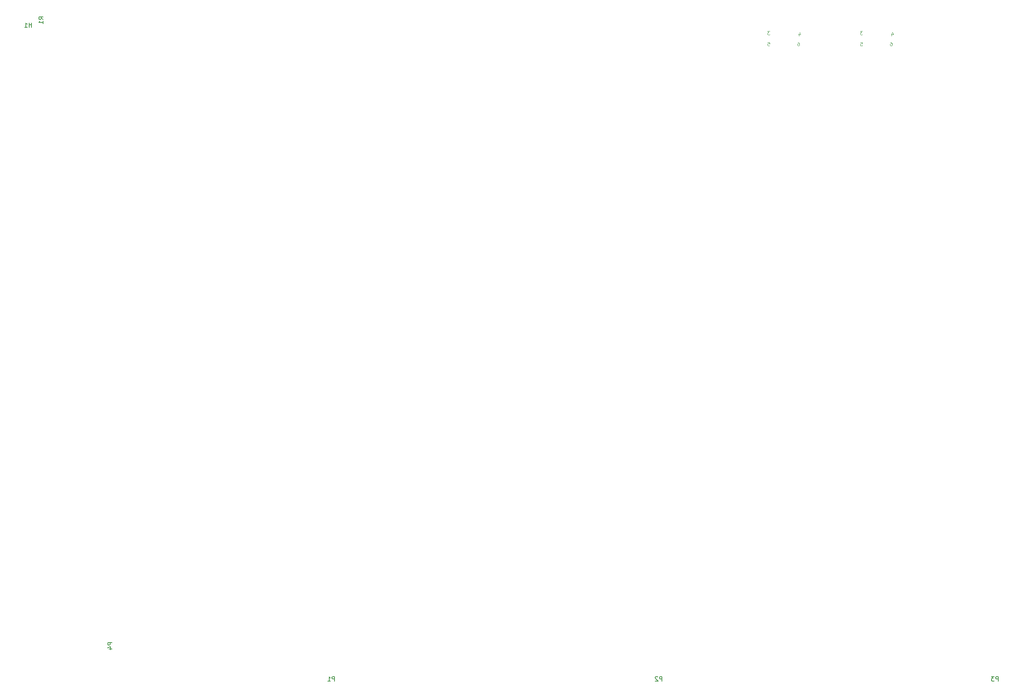
<source format=gbr>
%TF.GenerationSoftware,KiCad,Pcbnew,(6.0.11)*%
%TF.CreationDate,2023-08-19T11:35:39-05:00*%
%TF.ProjectId,input-output.DualESP32,696e7075-742d-46f7-9574-7075742e4475,V1.01*%
%TF.SameCoordinates,Original*%
%TF.FileFunction,Legend,Bot*%
%TF.FilePolarity,Positive*%
%FSLAX46Y46*%
G04 Gerber Fmt 4.6, Leading zero omitted, Abs format (unit mm)*
G04 Created by KiCad (PCBNEW (6.0.11)) date 2023-08-19 11:35:39*
%MOMM*%
%LPD*%
G01*
G04 APERTURE LIST*
%ADD10C,0.150000*%
%ADD11C,0.088900*%
G04 APERTURE END LIST*
D10*
%TO.C,P1*%
X112738095Y-226452380D02*
X112738095Y-225452380D01*
X112357142Y-225452380D01*
X112261904Y-225500000D01*
X112214285Y-225547619D01*
X112166666Y-225642857D01*
X112166666Y-225785714D01*
X112214285Y-225880952D01*
X112261904Y-225928571D01*
X112357142Y-225976190D01*
X112738095Y-225976190D01*
X111214285Y-226452380D02*
X111785714Y-226452380D01*
X111500000Y-226452380D02*
X111500000Y-225452380D01*
X111595238Y-225595238D01*
X111690476Y-225690476D01*
X111785714Y-225738095D01*
%TO.C,P2*%
X186738095Y-226452380D02*
X186738095Y-225452380D01*
X186357142Y-225452380D01*
X186261904Y-225500000D01*
X186214285Y-225547619D01*
X186166666Y-225642857D01*
X186166666Y-225785714D01*
X186214285Y-225880952D01*
X186261904Y-225928571D01*
X186357142Y-225976190D01*
X186738095Y-225976190D01*
X185785714Y-225547619D02*
X185738095Y-225500000D01*
X185642857Y-225452380D01*
X185404761Y-225452380D01*
X185309523Y-225500000D01*
X185261904Y-225547619D01*
X185214285Y-225642857D01*
X185214285Y-225738095D01*
X185261904Y-225880952D01*
X185833333Y-226452380D01*
X185214285Y-226452380D01*
%TO.C,H1*%
X44261904Y-78702380D02*
X44261904Y-77702380D01*
X44261904Y-78178571D02*
X43690476Y-78178571D01*
X43690476Y-78702380D02*
X43690476Y-77702380D01*
X42690476Y-78702380D02*
X43261904Y-78702380D01*
X42976190Y-78702380D02*
X42976190Y-77702380D01*
X43071428Y-77845238D01*
X43166666Y-77940476D01*
X43261904Y-77988095D01*
%TO.C,P3*%
X262738095Y-226452380D02*
X262738095Y-225452380D01*
X262357142Y-225452380D01*
X262261904Y-225500000D01*
X262214285Y-225547619D01*
X262166666Y-225642857D01*
X262166666Y-225785714D01*
X262214285Y-225880952D01*
X262261904Y-225928571D01*
X262357142Y-225976190D01*
X262738095Y-225976190D01*
X261833333Y-225452380D02*
X261214285Y-225452380D01*
X261547619Y-225833333D01*
X261404761Y-225833333D01*
X261309523Y-225880952D01*
X261261904Y-225928571D01*
X261214285Y-226023809D01*
X261214285Y-226261904D01*
X261261904Y-226357142D01*
X261309523Y-226404761D01*
X261404761Y-226452380D01*
X261690476Y-226452380D01*
X261785714Y-226404761D01*
X261833333Y-226357142D01*
%TO.C,R1*%
X46882380Y-76925333D02*
X46406190Y-76592000D01*
X46882380Y-76353904D02*
X45882380Y-76353904D01*
X45882380Y-76734857D01*
X45930000Y-76830095D01*
X45977619Y-76877714D01*
X46072857Y-76925333D01*
X46215714Y-76925333D01*
X46310952Y-76877714D01*
X46358571Y-76830095D01*
X46406190Y-76734857D01*
X46406190Y-76353904D01*
X46882380Y-77877714D02*
X46882380Y-77306285D01*
X46882380Y-77592000D02*
X45882380Y-77592000D01*
X46025238Y-77496761D01*
X46120476Y-77401523D01*
X46168095Y-77306285D01*
%TO.C,P4*%
X62452380Y-217761904D02*
X61452380Y-217761904D01*
X61452380Y-218142857D01*
X61500000Y-218238095D01*
X61547619Y-218285714D01*
X61642857Y-218333333D01*
X61785714Y-218333333D01*
X61880952Y-218285714D01*
X61928571Y-218238095D01*
X61976190Y-218142857D01*
X61976190Y-217761904D01*
X61785714Y-219190476D02*
X62452380Y-219190476D01*
X61404761Y-218952380D02*
X62119047Y-218714285D01*
X62119047Y-219333333D01*
D11*
%TO.C,J8*%
X211098233Y-79584335D02*
X210595071Y-79584335D01*
X210866004Y-79893973D01*
X210749890Y-79893973D01*
X210672480Y-79932678D01*
X210633776Y-79971382D01*
X210595071Y-80048792D01*
X210595071Y-80242316D01*
X210633776Y-80319725D01*
X210672480Y-80358430D01*
X210749890Y-80397135D01*
X210982119Y-80397135D01*
X211059528Y-80358430D01*
X211098233Y-80319725D01*
X217422480Y-82084335D02*
X217577300Y-82084335D01*
X217654709Y-82123040D01*
X217693414Y-82161744D01*
X217770823Y-82277859D01*
X217809528Y-82432678D01*
X217809528Y-82742316D01*
X217770823Y-82819725D01*
X217732119Y-82858430D01*
X217654709Y-82897135D01*
X217499890Y-82897135D01*
X217422480Y-82858430D01*
X217383776Y-82819725D01*
X217345071Y-82742316D01*
X217345071Y-82548792D01*
X217383776Y-82471382D01*
X217422480Y-82432678D01*
X217499890Y-82393973D01*
X217654709Y-82393973D01*
X217732119Y-82432678D01*
X217770823Y-82471382D01*
X217809528Y-82548792D01*
X210633776Y-82084335D02*
X211020823Y-82084335D01*
X211059528Y-82471382D01*
X211020823Y-82432678D01*
X210943414Y-82393973D01*
X210749890Y-82393973D01*
X210672480Y-82432678D01*
X210633776Y-82471382D01*
X210595071Y-82548792D01*
X210595071Y-82742316D01*
X210633776Y-82819725D01*
X210672480Y-82858430D01*
X210749890Y-82897135D01*
X210943414Y-82897135D01*
X211020823Y-82858430D01*
X211059528Y-82819725D01*
X217672480Y-80105268D02*
X217672480Y-80647135D01*
X217866004Y-79795630D02*
X218059528Y-80376201D01*
X217556366Y-80376201D01*
%TO.C,J9*%
X238627480Y-80105268D02*
X238627480Y-80647135D01*
X238821004Y-79795630D02*
X239014528Y-80376201D01*
X238511366Y-80376201D01*
X232053233Y-79584335D02*
X231550071Y-79584335D01*
X231821004Y-79893973D01*
X231704890Y-79893973D01*
X231627480Y-79932678D01*
X231588776Y-79971382D01*
X231550071Y-80048792D01*
X231550071Y-80242316D01*
X231588776Y-80319725D01*
X231627480Y-80358430D01*
X231704890Y-80397135D01*
X231937119Y-80397135D01*
X232014528Y-80358430D01*
X232053233Y-80319725D01*
X231588776Y-82084335D02*
X231975823Y-82084335D01*
X232014528Y-82471382D01*
X231975823Y-82432678D01*
X231898414Y-82393973D01*
X231704890Y-82393973D01*
X231627480Y-82432678D01*
X231588776Y-82471382D01*
X231550071Y-82548792D01*
X231550071Y-82742316D01*
X231588776Y-82819725D01*
X231627480Y-82858430D01*
X231704890Y-82897135D01*
X231898414Y-82897135D01*
X231975823Y-82858430D01*
X232014528Y-82819725D01*
X238377480Y-82084335D02*
X238532300Y-82084335D01*
X238609709Y-82123040D01*
X238648414Y-82161744D01*
X238725823Y-82277859D01*
X238764528Y-82432678D01*
X238764528Y-82742316D01*
X238725823Y-82819725D01*
X238687119Y-82858430D01*
X238609709Y-82897135D01*
X238454890Y-82897135D01*
X238377480Y-82858430D01*
X238338776Y-82819725D01*
X238300071Y-82742316D01*
X238300071Y-82548792D01*
X238338776Y-82471382D01*
X238377480Y-82432678D01*
X238454890Y-82393973D01*
X238609709Y-82393973D01*
X238687119Y-82432678D01*
X238725823Y-82471382D01*
X238764528Y-82548792D01*
%TD*%
M02*

</source>
